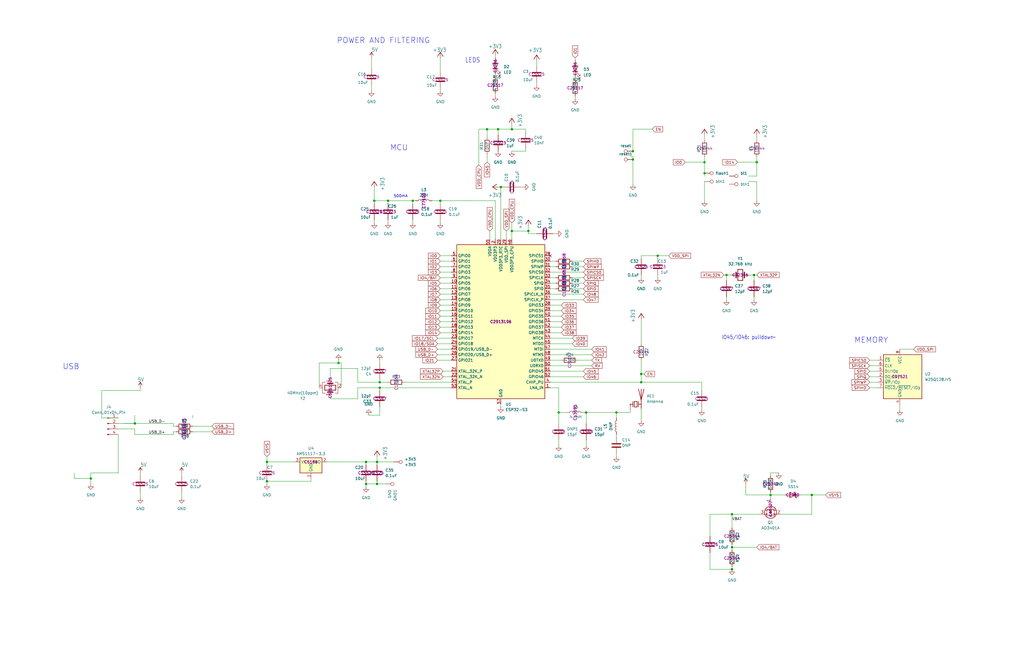
<source format=kicad_sch>
(kicad_sch (version 20250114) (generator "eeschema") (generator_version "9.0")
  (paper "User" 472.592 300.253)
  (text "500mA" (at 184.912 90.678 0) (effects (font (size 1.27 1.27))))
  (text "LEDS" (at 214.63 29.21 0) (effects (font (size 2.1844 1.8567)) (justify left bottom)))
  (text "MCU" (at 184.15 68.326 0) (effects (font (size 2.54 2.54))))
  (text "MEMORY" (at 402.082 157.226 0) (effects (font (size 2.54 2.54))))
  (text "POWER AND FILTERING" (at 155.448 20.32 0) (effects (font (size 2.54 2.54)) (justify left bottom)))
  (text "IO45/IO46: pulldown~~{}" (at 332.994 156.972 0) (effects (font (size 1.778 1.5113)) (justify left bottom)))
  (text "USB" (at 32.766 169.418 0) (effects (font (size 2.54 2.54))))
  (junction (at 62.23 195.58))
  (junction (at 325.12 80.01))
  (junction (at 123.19 222.25))
  (junction (at 168.91 213.36))
  (junction (at 236.22 106.68))
  (junction (at 337.82 262.89))
  (junction (at 335.28 127))
  (junction (at 292.1 73.66))
  (junction (at 173.99 223.52))
  (junction (at 179.07 92.71))
  (junction (at 172.72 92.71))
  (junction (at 175.26 176.53))
  (junction (at 325.12 74.93))
  (junction (at 292.1 69.85))
  (junction (at 303.53 118.11))
  (junction (at 229.87 59.69))
  (junction (at 355.6 228.6))
  (junction (at 270.51 190.5))
  (junction (at 175.26 179.07))
  (junction (at 295.91 176.53))
  (junction (at 173.99 213.36))
  (junction (at 236.22 59.69))
  (junction (at 203.2 92.71))
  (junction (at 224.79 59.69))
  (junction (at 156.21 167.64))
  (junction (at 41.91 220.98))
  (junction (at 243.84 106.68))
  (junction (at 337.82 252.73))
  (junction (at 123.19 213.36))
  (junction (at 349.25 74.93))
  (junction (at 168.91 223.52))
  (junction (at 374.65 228.6))
  (junction (at 257.81 190.5))
  (junction (at 337.82 237.49))
  (junction (at 295.91 172.72))
  (junction (at 284.48 190.5))
  (junction (at 231.14 86.36))
  (junction (at 190.5 92.71))
  (junction (at 347.98 127))
  (no_connect (at 254 118.11))
  (wire (pts (xy 168.91 213.36) (xy 173.99 213.36)) (stroke (width 0.1524)))
  (wire (pts (xy 264.16 128.27) (xy 269.24 128.27)) (stroke (width 0.1524)))
  (wire (pts (xy 254 148.59) (xy 259.08 148.59)))
  (wire (pts (xy 190.5 93.98) (xy 190.5 92.71)) (stroke (width 0.1524)))
  (wire (pts (xy 88.9 199.39) (xy 97.79 199.39)) (stroke (width 0.1524)))
  (wire (pts (xy 233.68 106.68) (xy 233.68 110.49)))
  (wire (pts (xy 175.26 176.53) (xy 179.07 176.53)))
  (wire (pts (xy 344.17 228.6) (xy 344.17 223.52)) (stroke (width 0.1524)))
  (wire (pts (xy 181.61 213.36) (xy 173.99 213.36)) (stroke (width 0.1524)))
  (wire (pts (xy 80.01 195.58) (xy 62.23 195.58)) (stroke (width 0.1524)))
  (wire (pts (xy 201.93 166.37) (xy 208.28 166.37)))
  (wire (pts (xy 203.2 92.71) (xy 203.2 93.98)) (stroke (width 0.1524)))
  (wire (pts (xy 208.28 135.89) (xy 203.2 135.89)) (stroke (width 0.1524)))
  (wire (pts (xy 254 168.91) (xy 273.05 168.91)))
  (wire (pts (xy 242.57 59.69) (xy 242.57 60.96)) (stroke (width 0.1524)))
  (wire (pts (xy 292.1 59.69) (xy 292.1 69.85)) (stroke (width 0.1524)))
  (wire (pts (xy 355.6 218.44) (xy 355.6 219.71)) (stroke (width 0.1524)))
  (wire (pts (xy 46.99 180.34) (xy 57.15 180.34)))
  (wire (pts (xy 327.66 262.89) (xy 337.82 262.89)) (stroke (width 0.1524)))
  (wire (pts (xy 350.52 237.49) (xy 337.82 237.49)) (stroke (width 0.1524)))
  (wire (pts (xy 172.72 86.36) (xy 172.72 92.71)) (stroke (width 0.1524)))
  (wire (pts (xy 220.98 59.69) (xy 224.79 59.69)) (stroke (width 0.1524)))
  (wire (pts (xy 349.25 62.23) (xy 349.25 64.77)) (stroke (width 0.1524)))
  (wire (pts (xy 208.28 120.65) (xy 203.2 120.65)) (stroke (width 0.1524)))
  (wire (pts (xy 203.2 40.64) (xy 203.2 41.91)) (stroke (width 0.1524)))
  (wire (pts (xy 269.24 190.5) (xy 270.51 190.5)))
  (wire (pts (xy 201.93 92.71) (xy 203.2 92.71)) (stroke (width 0.1524)))
  (wire (pts (xy 80.01 196.85) (xy 80.01 195.58)) (stroke (width 0.1524)))
  (wire (pts (xy 175.26 179.07) (xy 175.26 180.34)) (stroke (width 0.1524)))
  (wire (pts (xy 168.91 214.63) (xy 168.91 213.36)) (stroke (width 0.1524)))
  (wire (pts (xy 256.54 133.35) (xy 254 133.35)) (stroke (width 0.1524)))
  (wire (pts (xy 224.79 63.5) (xy 224.79 59.69)) (stroke (width 0.1524)))
  (wire (pts (xy 232.41 86.36) (xy 231.14 86.36)))
  (wire (pts (xy 54.61 198.12) (xy 62.23 198.12)))
  (wire (pts (xy 208.28 151.13) (xy 203.2 151.13)) (stroke (width 0.1524)))
  (wire (pts (xy 254 151.13) (xy 259.08 151.13)))
  (wire (pts (xy 254 130.81) (xy 256.54 130.81)) (stroke (width 0.1524)))
  (wire (pts (xy 349.25 74.93) (xy 349.25 81.28)) (stroke (width 0.1524)))
  (wire (pts (xy 34.29 218.44) (xy 34.29 220.98)))
  (wire (pts (xy 46.99 193.04) (xy 46.99 180.34)))
  (wire (pts (xy 374.65 237.49) (xy 374.65 228.6)) (stroke (width 0.1524)))
  (wire (pts (xy 208.28 148.59) (xy 203.2 148.59)) (stroke (width 0.1524)))
  (wire (pts (xy 243.84 104.14) (xy 243.84 106.68)))
  (wire (pts (xy 201.93 161.29) (xy 208.28 161.29)))
  (wire (pts (xy 292.1 59.69) (xy 300.99 59.69)) (stroke (width 0.1524)))
  (wire (pts (xy 157.48 179.07) (xy 157.48 167.64)))
  (wire (pts (xy 228.6 110.49) (xy 228.6 92.71)))
  (wire (pts (xy 327.66 255.27) (xy 327.66 262.89)) (stroke (width 0.1524)))
  (wire (pts (xy 257.81 179.07) (xy 257.81 190.5)))
  (wire (pts (xy 208.28 128.27) (xy 203.2 128.27)) (stroke (width 0.1524)))
  (wire (pts (xy 208.28 146.05) (xy 203.2 146.05)) (stroke (width 0.1524)))
  (wire (pts (xy 325.12 74.93) (xy 325.12 80.01)) (stroke (width 0.1524)))
  (wire (pts (xy 254 179.07) (xy 257.81 179.07)))
  (wire (pts (xy 264.16 133.35) (xy 269.24 133.35)) (stroke (width 0.1524)))
  (wire (pts (xy 303.53 128.27) (xy 303.53 127)) (stroke (width 0.1524)))
  (wire (pts (xy 54.61 218.44) (xy 54.61 200.66)) (stroke (width 0.1524)))
  (wire (pts (xy 323.85 176.53) (xy 295.91 176.53)) (stroke (width 0.1524)))
  (wire (pts (xy 208.28 138.43) (xy 203.2 138.43)) (stroke (width 0.1524)))
  (wire (pts (xy 236.22 57.15) (xy 236.22 59.69)) (stroke (width 0.1524)))
  (wire (pts (xy 405.13 166.37) (xy 401.32 166.37)) (stroke (width 0.1524)))
  (wire (pts (xy 254 163.83) (xy 273.05 163.83)) (stroke (width 0.1524)))
  (wire (pts (xy 254 135.89) (xy 269.24 135.89)) (stroke (width 0.1524)))
  (wire (pts (xy 172.72 92.71) (xy 179.07 92.71)) (stroke (width 0.1524)))
  (wire (pts (xy 292.1 69.85) (xy 290.83 69.85)) (stroke (width 0.1524)))
  (wire (pts (xy 254 161.29) (xy 273.05 161.29)) (stroke (width 0.1524)))
  (wire (pts (xy 256.54 120.65) (xy 254 120.65)) (stroke (width 0.1524)))
  (wire (pts (xy 165.1 176.53) (xy 175.26 176.53)) (stroke (width 0.1524)))
  (wire (pts (xy 243.84 106.68) (xy 236.22 106.68)))
  (wire (pts (xy 295.91 158.75) (xy 295.91 147.32)) (stroke (width 0.1524)))
  (wire (pts (xy 349.25 83.82) (xy 345.44 83.82)) (stroke (width 0.1524)))
  (wire (pts (xy 264.16 120.65) (xy 269.24 120.65)) (stroke (width 0.1524)))
  (wire (pts (xy 254 156.21) (xy 264.16 156.21)) (stroke (width 0.1524)))
  (wire (pts (xy 228.6 44.45) (xy 228.6 43.18)) (stroke (width 0.1524)))
  (wire (pts (xy 369.57 228.6) (xy 374.65 228.6)) (stroke (width 0.1524)))
  (wire (pts (xy 123.19 214.63) (xy 123.19 213.36)) (stroke (width 0.1524)))
  (wire (pts (xy 224.79 71.12) (xy 224.79 74.93)))
  (wire (pts (xy 327.66 237.49) (xy 337.82 237.49)) (stroke (width 0.1524)))
  (wire (pts (xy 208.28 140.97) (xy 203.2 140.97)) (stroke (width 0.1524)))
  (wire (pts (xy 292.1 72.39) (xy 290.83 72.39)))
  (wire (pts (xy 62.23 198.12) (xy 62.23 200.66)))
  (wire (pts (xy 228.6 92.71) (xy 217.17 92.71)))
  (wire (pts (xy 88.9 196.85) (xy 97.79 196.85)) (stroke (width 0.1524)))
  (wire (pts (xy 123.19 213.36) (xy 123.19 210.82)) (stroke (width 0.1524)))
  (wire (pts (xy 345.44 81.28) (xy 349.25 81.28)) (stroke (width 0.1524)))
  (wire (pts (xy 152.4 184.15) (xy 165.1 184.15)) (stroke (width 0.1524)))
  (wire (pts (xy 256.54 128.27) (xy 254 128.27)) (stroke (width 0.1524)))
  (wire (pts (xy 257.81 190.5) (xy 261.62 190.5)))
  (wire (pts (xy 292.1 72.39) (xy 292.1 73.66)))
  (wire (pts (xy 242.57 69.85) (xy 236.22 69.85)) (stroke (width 0.1524)))
  (wire (pts (xy 220.98 76.2) (xy 220.98 59.69)) (stroke (width 0.1524)))
  (wire (pts (xy 143.51 222.25) (xy 143.51 220.98)) (stroke (width 0.1524)))
  (wire (pts (xy 337.82 243.84) (xy 337.82 237.49)) (stroke (width 0.1524)))
  (wire (pts (xy 265.43 45.72) (xy 265.43 44.45)) (stroke (width 0.1524)))
  (wire (pts (xy 247.65 39.37) (xy 247.65 38.1)) (stroke (width 0.1524)))
  (wire (pts (xy 264.16 123.19) (xy 269.24 123.19)) (stroke (width 0.1524)))
  (wire (pts (xy 270.51 203.2) (xy 270.51 205.74)))
  (wire (pts (xy 242.57 69.85) (xy 242.57 68.58)) (stroke (width 0.1524)))
  (wire (pts (xy 270.51 190.5) (xy 270.51 195.58)))
  (wire (pts (xy 325.12 72.39) (xy 325.12 74.93)) (stroke (width 0.1524)))
  (wire (pts (xy 173.99 223.52) (xy 168.91 223.52)) (stroke (width 0.1524)))
  (wire (pts (xy 265.43 26.67) (xy 265.43 27.94)) (stroke (width 0.1524)))
  (wire (pts (xy 201.93 156.21) (xy 208.28 156.21)))
  (wire (pts (xy 327.66 247.65) (xy 327.66 237.49)) (stroke (width 0.1524)))
  (wire (pts (xy 228.6 35.56) (xy 228.6 34.29)) (stroke (width 0.1524)))
  (wire (pts (xy 323.85 180.34) (xy 323.85 176.53)) (stroke (width 0.1524)))
  (wire (pts (xy 208.28 118.11) (xy 203.2 118.11)) (stroke (width 0.1524)))
  (wire (pts (xy 284.48 190.5) (xy 290.83 190.5)) (stroke (width 0.1524)))
  (wire (pts (xy 295.91 172.72) (xy 295.91 176.53)) (stroke (width 0.1524)))
  (wire (pts (xy 355.6 228.6) (xy 344.17 228.6)) (stroke (width 0.1524)))
  (wire (pts (xy 62.23 195.58) (xy 57.15 195.58)) (stroke (width 0.1524)))
  (wire (pts (xy 208.28 125.73) (xy 203.2 125.73)) (stroke (width 0.1524)))
  (wire (pts (xy 270.51 190.5) (xy 284.48 190.5)) (stroke (width 0.1524)))
  (wire (pts (xy 231.14 86.36) (xy 229.87 86.36)) (stroke (width 0.1524)))
  (wire (pts (xy 173.99 222.25) (xy 173.99 223.52)) (stroke (width 0.1524)))
  (wire (pts (xy 295.91 166.37) (xy 295.91 172.72)) (stroke (width 0.1524)))
  (wire (pts (xy 203.2 26.67) (xy 203.2 33.02)) (stroke (width 0.1524)))
  (wire (pts (xy 83.82 229.87) (xy 83.82 227.33)) (stroke (width 0.1524)))
  (wire (pts (xy 349.25 72.39) (xy 349.25 74.93)) (stroke (width 0.1524)))
  (wire (pts (xy 80.01 199.39) (xy 81.28 199.39)) (stroke (width 0.1524)))
  (wire (pts (xy 290.83 190.5) (xy 290.83 189.23)) (stroke (width 0.1524)))
  (wire (pts (xy 295.91 189.23) (xy 295.91 194.31)) (stroke (width 0.1524)))
  (wire (pts (xy 325.12 74.93) (xy 316.23 74.93)) (stroke (width 0.1524)))
  (wire (pts (xy 335.28 127) (xy 335.28 129.54)))
  (wire (pts (xy 254 153.67) (xy 259.08 153.67)))
  (wire (pts (xy 171.45 26.67) (xy 171.45 31.75)) (stroke (width 0.1524)))
  (wire (pts (xy 349.25 83.82) (xy 349.25 92.71)) (stroke (width 0.1524)))
  (wire (pts (xy 254 173.99) (xy 269.24 173.99)) (stroke (width 0.1524)))
  (wire (pts (xy 151.13 213.36) (xy 168.91 213.36)) (stroke (width 0.1524)))
  (wire (pts (xy 80.01 200.66) (xy 80.01 199.39)) (stroke (width 0.1524)))
  (wire (pts (xy 292.1 73.66) (xy 292.1 80.01)))
  (wire (pts (xy 355.6 218.44) (xy 359.41 218.44)) (stroke (width 0.1524)))
  (wire (pts (xy 156.21 166.37) (xy 156.21 167.64)) (stroke (width 0.1524)))
  (wire (pts (xy 303.53 118.11) (xy 303.53 119.38)) (stroke (width 0.1524)))
  (wire (pts (xy 190.5 92.71) (xy 191.77 92.71)) (stroke (width 0.1524)))
  (wire (pts (xy 203.2 153.67) (xy 208.28 153.67)))
  (wire (pts (xy 152.4 182.88) (xy 152.4 184.15)) (stroke (width 0.1524)))
  (wire (pts (xy 173.99 210.82) (xy 173.99 213.36)) (stroke (width 0.1524)))
  (wire (pts (xy 405.13 176.53) (xy 401.32 176.53)) (stroke (width 0.1524)))
  (wire (pts (xy 254 158.75) (xy 264.16 158.75)) (stroke (width 0.1524)))
  (wire (pts (xy 41.91 218.44) (xy 54.61 218.44)) (stroke (width 0.1524)))
  (wire (pts (xy 297.18 172.72) (xy 295.91 172.72)) (stroke (width 0.1524)))
  (wire (pts (xy 156.21 167.64) (xy 147.32 167.64)) (stroke (width 0.1524)))
  (wire (pts (xy 177.8 223.52) (xy 173.99 223.52)) (stroke (width 0.1524)))
  (wire (pts (xy 405.13 171.45) (xy 401.32 171.45)) (stroke (width 0.1524)))
  (wire (pts (xy 337.82 252.73) (xy 349.25 252.73)) (stroke (width 0.1524)))
  (wire (pts (xy 335.28 138.43) (xy 335.28 137.16)) (stroke (width 0.1524)))
  (wire (pts (xy 41.91 218.44) (xy 41.91 220.98)) (stroke (width 0.1524)))
  (wire (pts (xy 337.82 261.62) (xy 337.82 262.89)) (stroke (width 0.1524)))
  (wire (pts (xy 284.48 201.93) (xy 284.48 200.66)) (stroke (width 0.1524)))
  (wire (pts (xy 168.91 222.25) (xy 168.91 223.52)) (stroke (width 0.1524)))
  (wire (pts (xy 355.6 229.87) (xy 355.6 228.6)) (stroke (width 0.1524)))
  (wire (pts (xy 165.1 170.18) (xy 165.1 176.53)) (stroke (width 0.1524)))
  (wire (pts (xy 88.9 193.04) (xy 88.9 191.77)))
  (wire (pts (xy 242.57 59.69) (xy 236.22 59.69)) (stroke (width 0.1524)))
  (wire (pts (xy 62.23 191.77) (xy 62.23 195.58)))
  (wire (pts (xy 303.53 118.11) (xy 308.61 118.11)) (stroke (width 0.1524)))
  (wire (pts (xy 64.77 180.34) (xy 57.15 180.34)) (stroke (width 0.1524)))
  (wire (pts (xy 228.6 25.4) (xy 228.6 26.67)) (stroke (width 0.1524)))
  (wire (pts (xy 355.6 228.6) (xy 361.95 228.6)) (stroke (width 0.1524)))
  (wire (pts (xy 236.22 106.68) (xy 236.22 110.49)))
  (wire (pts (xy 325.12 62.23) (xy 325.12 64.77)) (stroke (width 0.1524)))
  (wire (pts (xy 64.77 229.87) (xy 64.77 227.33)) (stroke (width 0.1524)))
  (wire (pts (xy 323.85 189.23) (xy 323.85 187.96)) (stroke (width 0.1524)))
  (wire (pts (xy 208.28 133.35) (xy 203.2 133.35)) (stroke (width 0.1524)))
  (wire (pts (xy 175.26 179.07) (xy 208.28 179.07)) (stroke (width 0.1524)))
  (wire (pts (xy 405.13 168.91) (xy 401.32 168.91)) (stroke (width 0.1524)))
  (wire (pts (xy 80.01 200.66) (xy 62.23 200.66)) (stroke (width 0.1524)))
  (wire (pts (xy 54.61 195.58) (xy 62.23 195.58)))
  (wire (pts (xy 190.5 102.87) (xy 190.5 101.6)) (stroke (width 0.1524)))
  (wire (pts (xy 415.29 161.29) (xy 421.64 161.29)) (stroke (width 0.1524)))
  (wire (pts (xy 201.93 163.83) (xy 208.28 163.83)))
  (wire (pts (xy 208.28 123.19) (xy 203.2 123.19)) (stroke (width 0.1524)))
  (wire (pts (xy 208.28 130.81) (xy 203.2 130.81)) (stroke (width 0.1524)))
  (wire (pts (xy 64.77 179.07) (xy 64.77 180.34)) (stroke (width 0.1524)))
  (wire (pts (xy 135.89 213.36) (xy 123.19 213.36)) (stroke (width 0.1524)))
  (wire (pts (xy 256.54 107.95) (xy 255.27 107.95)) (stroke (width 0.1524)))
  (wire (pts (xy 325.12 83.82) (xy 325.12 92.71)) (stroke (width 0.1524)))
  (wire (pts (xy 295.91 118.11) (xy 295.91 119.38)) (stroke (width 0.1524)))
  (wire (pts (xy 165.1 179.07) (xy 175.26 179.07)) (stroke (width 0.1524)))
  (wire (pts (xy 415.29 189.23) (xy 415.29 186.69)) (stroke (width 0.1524)))
  (wire (pts (xy 347.98 138.43) (xy 347.98 137.16)) (stroke (width 0.1524)))
  (wire (pts (xy 231.14 187.96) (xy 231.14 186.69)) (stroke (width 0.1524)))
  (wire (pts (xy 284.48 210.82) (xy 284.48 209.55)) (stroke (width 0.1524)))
  (wire (pts (xy 232.41 86.36) (xy 231.14 86.36)) (stroke (width 0.1524)))
  (wire (pts (xy 175.26 175.26) (xy 175.26 176.53)) (stroke (width 0.1524)))
  (wire (pts (xy 179.07 93.98) (xy 179.07 92.71)) (stroke (width 0.1524)))
  (wire (pts (xy 54.61 193.04) (xy 46.99 193.04)))
  (wire (pts (xy 254 125.73) (xy 269.24 125.73)) (stroke (width 0.1524)))
  (wire (pts (xy 337.82 252.73) (xy 337.82 251.46)) (stroke (width 0.1524)))
  (wire (pts (xy 247.65 30.48) (xy 247.65 27.94)) (stroke (width 0.1524)))
  (wire (pts (xy 241.3 86.36) (xy 240.03 86.36)) (stroke (width 0.1524)))
  (wire (pts (xy 226.06 106.68) (xy 226.06 110.49)))
  (wire (pts (xy 381 228.6) (xy 374.65 228.6)) (stroke (width 0.1524)))
  (wire (pts (xy 295.91 118.11) (xy 303.53 118.11)) (stroke (width 0.1524)))
  (wire (pts (xy 172.72 93.98) (xy 172.72 92.71)) (stroke (width 0.1524)))
  (wire (pts (xy 175.26 191.77) (xy 170.18 191.77)) (stroke (width 0.1524)))
  (wire (pts (xy 165.1 184.15) (xy 165.1 179.07)) (stroke (width 0.1524)))
  (wire (pts (xy 34.29 220.98) (xy 41.91 220.98)))
  (wire (pts (xy 284.48 193.04) (xy 284.48 190.5)) (stroke (width 0.1524)))
  (wire (pts (xy 208.28 143.51) (xy 203.2 143.51)) (stroke (width 0.1524)))
  (wire (pts (xy 325.12 80.01) (xy 325.12 81.28)) (stroke (width 0.1524)))
  (wire (pts (xy 335.28 127) (xy 337.82 127)))
  (wire (pts (xy 347.98 127) (xy 349.25 127)))
  (wire (pts (xy 265.43 36.83) (xy 265.43 35.56)) (stroke (width 0.1524)))
  (wire (pts (xy 405.13 173.99) (xy 401.32 173.99)) (stroke (width 0.1524)))
  (wire (pts (xy 81.28 196.85) (xy 80.01 196.85)) (stroke (width 0.1524)))
  (wire (pts (xy 123.19 222.25) (xy 143.51 222.25)) (stroke (width 0.1524)))
  (wire (pts (xy 41.91 220.98) (xy 41.91 223.52)) (stroke (width 0.1524)))
  (wire (pts (xy 201.93 158.75) (xy 208.28 158.75)))
  (wire (pts (xy 254 140.97) (xy 259.08 140.97)))
  (wire (pts (xy 203.2 102.87) (xy 203.2 101.6)) (stroke (width 0.1524)))
  (wire (pts (xy 64.77 219.71) (xy 64.77 218.44)) (stroke (width 0.1524)))
  (wire (pts (xy 157.48 167.64) (xy 156.21 167.64)))
  (wire (pts (xy 264.16 130.81) (xy 269.24 130.81)) (stroke (width 0.1524)))
  (wire (pts (xy 229.87 59.69) (xy 236.22 59.69)) (stroke (width 0.1524)))
  (wire (pts (xy 171.45 39.37) (xy 171.45 41.91)) (stroke (width 0.1524)))
  (wire (pts (xy 175.26 191.77) (xy 175.26 187.96)) (stroke (width 0.1524)))
  (wire (pts (xy 204.47 171.45) (xy 208.28 171.45)))
  (wire (pts (xy 334.01 127) (xy 335.28 127)))
  (wire (pts (xy 199.39 92.71) (xy 201.93 92.71)))
  (wire (pts (xy 168.91 223.52) (xy 168.91 224.79)) (stroke (width 0.1524)))
  (wire (pts (xy 256.54 123.19) (xy 254 123.19)) (stroke (width 0.1524)))
  (wire (pts (xy 347.98 127) (xy 347.98 129.54)))
  (wire (pts (xy 349.25 74.93) (xy 340.36 74.93)) (stroke (width 0.1524)))
  (wire (pts (xy 355.6 227.33) (xy 355.6 228.6)) (stroke (width 0.1524)))
  (wire (pts (xy 257.81 203.2) (xy 257.81 205.74)))
  (wire (pts (xy 147.32 167.64) (xy 147.32 179.07)) (stroke (width 0.1524)))
  (wire (pts (xy 257.81 190.5) (xy 257.81 195.58)))
  (wire (pts (xy 229.87 62.23) (xy 229.87 59.69)) (stroke (width 0.1524)))
  (wire (pts (xy 236.22 102.87) (xy 236.22 106.68)))
  (wire (pts (xy 152.4 170.18) (xy 165.1 170.18)) (stroke (width 0.1524)))
  (wire (pts (xy 292.1 80.01) (xy 292.1 85.09)) (stroke (width 0.1524)))
  (wire (pts (xy 179.07 92.71) (xy 190.5 92.71)) (stroke (width 0.1524)))
  (wire (pts (xy 254 176.53) (xy 295.91 176.53)) (stroke (width 0.1524)))
  (wire (pts (xy 360.68 237.49) (xy 374.65 237.49)) (stroke (width 0.1524)))
  (wire (pts (xy 186.69 176.53) (xy 208.28 176.53)))
  (wire (pts (xy 83.82 219.71) (xy 83.82 218.44)) (stroke (width 0.1524)))
  (wire (pts (xy 231.14 86.36) (xy 231.14 110.49)) (stroke (width 0.1524)))
  (wire (pts (xy 243.84 107.95) (xy 243.84 106.68)))
  (wire (pts (xy 224.79 59.69) (xy 229.87 59.69)) (stroke (width 0.1524)))
  (wire (pts (xy 247.65 107.95) (xy 243.84 107.95)))
  (wire (pts (xy 175.26 166.37) (xy 175.26 167.64)) (stroke (width 0.1524)))
  (wire (pts (xy 173.99 214.63) (xy 173.99 213.36)) (stroke (width 0.1524)))
  (wire (pts (xy 345.44 127) (xy 347.98 127)))
  (wire (pts (xy 254 146.05) (xy 259.08 146.05)))
  (wire (pts (xy 266.7 166.37) (xy 273.05 166.37)))
  (wire (pts (xy 152.4 175.26) (xy 152.4 170.18)) (stroke (width 0.1524)))
  (wire (pts (xy 295.91 128.27) (xy 295.91 127)) (stroke (width 0.1524)))
  (wire (pts (xy 217.17 92.71) (xy 203.2 92.71)) (stroke (width 0.1524)))
  (wire (pts (xy 254 138.43) (xy 269.24 138.43)) (stroke (width 0.1524)))
  (wire (pts (xy 254 143.51) (xy 259.08 143.51)))
  (wire (pts (xy 123.19 223.52) (xy 123.19 222.25)) (stroke (width 0.1524)))
  (wire (pts (xy 259.08 166.37) (xy 254 166.37)) (stroke (width 0.1524)))
  (wire (pts (xy 179.07 102.87) (xy 179.07 101.6)) (stroke (width 0.1524)))
  (wire (pts (xy 254 171.45) (xy 269.24 171.45)) (stroke (width 0.1524)))
  (wire (pts (xy 172.72 102.87) (xy 172.72 101.6)) (stroke (width 0.1524)))
  (wire (pts (xy 337.82 254) (xy 337.82 252.73)) (stroke (width 0.1524)))
  (wire (pts (xy 405.13 179.07) (xy 401.32 179.07)) (stroke (width 0.1524)))
  (wire (pts (xy 204.47 173.99) (xy 208.28 173.99)))
  (label "VBAT" (at 337.82 240.665 0) (effects (font (size 1.2446 1.2446))))
  (label "USB_D-" (at 68.58 195.58 0) (effects (font (size 1.2446 1.2446))))
  (label "USB_D+" (at 68.58 200.66 0) (effects (font (size 1.2446 1.2446))))
  (global_label "IO12" (shape input) (at 203.2 148.59 180) (property "Intersheetrefs" "${INTERSHEET_REFS}" (effects (hide yes))))
  (global_label "IO1" (shape input) (at 265.43 26.67 90) (property "Intersheetrefs" "${INTERSHEET_REFS}" (effects (hide yes))))
  (global_label "IO46" (shape input) (at 269.24 173.99 0) (property "Intersheetrefs" "${INTERSHEET_REFS}" (effects (hide yes))))
  (global_label "IO4{slash}BAT" (shape input) (at 203.2 128.27 180) (property "Intersheetrefs" "${INTERSHEET_REFS}" (effects (hide yes))))
  (global_label "IO48" (shape input) (at 269.24 135.89 0) (property "Intersheetrefs" "${INTERSHEET_REFS}" (effects (hide yes))))
  (global_label "IO17{slash}SCL" (shape input) (at 201.93 156.21 180) (property "Intersheetrefs" "${INTERSHEET_REFS}" (effects (hide yes))))
  (global_label "USB_D-" (shape input) (at 97.79 196.85 0) (property "Intersheetrefs" "${INTERSHEET_REFS}" (effects (hide yes))))
  (global_label "IO11" (shape input) (at 203.2 146.05 180) (property "Intersheetrefs" "${INTERSHEET_REFS}" (effects (hide yes))))
  (global_label "IO8" (shape input) (at 203.2 138.43 180) (property "Intersheetrefs" "${INTERSHEET_REFS}" (effects (hide yes))))
  (global_label "SPIQ" (shape input) (at 269.24 130.81 0) (property "Intersheetrefs" "${INTERSHEET_REFS}" (effects (hide yes))))
  (global_label "IO14" (shape input) (at 340.36 74.93 180) (property "Intersheetrefs" "${INTERSHEET_REFS}" (effects (hide yes))))
  (global_label "USB_D+" (shape input) (at 201.93 163.83 180) (property "Intersheetrefs" "${INTERSHEET_REFS}" (effects (hide yes))))
  (global_label "VSYS" (shape input) (at 123.19 210.82 90) (property "Intersheetrefs" "${INTERSHEET_REFS}" (effects (hide yes))))
  (global_label "SPIQ" (shape input) (at 401.32 173.99 180) (property "Intersheetrefs" "${INTERSHEET_REFS}" (effects (hide yes))))
  (global_label "VSYS" (shape input) (at 381 228.6 0) (property "Intersheetrefs" "${INTERSHEET_REFS}" (effects (hide yes))))
  (global_label "IO5" (shape input) (at 203.2 130.81 180) (property "Intersheetrefs" "${INTERSHEET_REFS}" (effects (hide yes))))
  (global_label "IO21" (shape input) (at 201.93 166.37 180) (property "Intersheetrefs" "${INTERSHEET_REFS}" (effects (hide yes))))
  (global_label "IO1" (shape input) (at 203.2 120.65 180) (property "Intersheetrefs" "${INTERSHEET_REFS}" (effects (hide yes))))
  (global_label "IO41" (shape input) (at 273.05 161.29 0) (property "Intersheetrefs" "${INTERSHEET_REFS}" (effects (hide yes))))
  (global_label "VDD_SPI" (shape input) (at 308.61 118.11 0) (property "Intersheetrefs" "${INTERSHEET_REFS}" (effects (hide yes))))
  (global_label "IO38" (shape input) (at 259.08 153.67 0) (property "Intersheetrefs" "${INTERSHEET_REFS}" (effects (hide yes))))
  (global_label "IO3" (shape input) (at 203.2 125.73 180) (property "Intersheetrefs" "${INTERSHEET_REFS}" (effects (hide yes))))
  (global_label "USB_D+" (shape input) (at 97.79 199.39 0) (property "Intersheetrefs" "${INTERSHEET_REFS}" (effects (hide yes))))
  (global_label "RX" (shape input) (at 273.05 168.91 0) (property "Intersheetrefs" "${INTERSHEET_REFS}" (effects (hide yes))))
  (global_label "IO0" (shape input) (at 316.23 74.93 180) (property "Intersheetrefs" "${INTERSHEET_REFS}" (effects (hide yes))))
  (global_label "IO37" (shape input) (at 259.08 151.13 0) (property "Intersheetrefs" "${INTERSHEET_REFS}" (effects (hide yes))))
  (global_label "IO33" (shape input) (at 259.08 140.97 0) (property "Intersheetrefs" "${INTERSHEET_REFS}" (effects (hide yes))))
  (global_label "IO14" (shape input) (at 203.2 153.67 180) (property "Intersheetrefs" "${INTERSHEET_REFS}" (effects (hide yes))))
  (global_label "XTAL32P" (shape input) (at 349.25 127 0) (property "Intersheetrefs" "${INTERSHEET_REFS}" (effects (hide yes))))
  (global_label "VDD_SPI" (shape input) (at 421.64 161.29 0) (property "Intersheetrefs" "${INTERSHEET_REFS}" (effects (hide yes))))
  (global_label "VDD_CPU" (shape input) (at 226.06 106.68 90) (property "Intersheetrefs" "${INTERSHEET_REFS}" (effects (hide yes))))
  (global_label "USB_D-" (shape input) (at 201.93 161.29 180) (property "Intersheetrefs" "${INTERSHEET_REFS}" (effects (hide yes))))
  (global_label "SPIWP" (shape input) (at 401.32 176.53 180) (property "Intersheetrefs" "${INTERSHEET_REFS}" (effects (hide yes))))
  (global_label "SPID" (shape input) (at 401.32 171.45 180) (property "Intersheetrefs" "${INTERSHEET_REFS}" (effects (hide yes))))
  (global_label "XTAL32N" (shape input) (at 204.47 173.99 180) (property "Intersheetrefs" "${INTERSHEET_REFS}" (effects (hide yes))))
  (global_label "IO7" (shape input) (at 203.2 135.89 180) (property "Intersheetrefs" "${INTERSHEET_REFS}" (effects (hide yes))))
  (global_label "XTAL32P" (shape input) (at 204.47 171.45 180) (property "Intersheetrefs" "${INTERSHEET_REFS}" (effects (hide yes))))
  (global_label "EN" (shape input) (at 297.18 172.72 0) (property "Intersheetrefs" "${INTERSHEET_REFS}" (effects (hide yes))))
  (global_label "IO4{slash}BAT" (shape input) (at 349.25 252.73 0) (property "Intersheetrefs" "${INTERSHEET_REFS}" (effects (hide yes))))
  (global_label "VDD_CPU" (shape input) (at 220.98 76.2 270) (property "Intersheetrefs" "${INTERSHEET_REFS}" (effects (hide yes))))
  (global_label "EN" (shape input) (at 300.99 59.69 0) (property "Intersheetrefs" "${INTERSHEET_REFS}" (effects (hide yes))))
  (global_label "TX" (shape input) (at 273.05 166.37 0) (property "Intersheetrefs" "${INTERSHEET_REFS}" (effects (hide yes))))
  (global_label "IO10" (shape input) (at 203.2 143.51 180) (property "Intersheetrefs" "${INTERSHEET_REFS}" (effects (hide yes))))
  (global_label "IO35" (shape input) (at 259.08 146.05 0) (property "Intersheetrefs" "${INTERSHEET_REFS}" (effects (hide yes))))
  (global_label "IO40" (shape input) (at 264.16 158.75 0) (property "Intersheetrefs" "${INTERSHEET_REFS}" (effects (hide yes))))
  (global_label "SPID" (shape input) (at 269.24 133.35 0) (property "Intersheetrefs" "${INTERSHEET_REFS}" (effects (hide yes))))
  (global_label "IO13" (shape input) (at 203.2 151.13 180) (property "Intersheetrefs" "${INTERSHEET_REFS}" (effects (hide yes))))
  (global_label "IO45" (shape input) (at 224.79 74.93 270) (property "Intersheetrefs" "${INTERSHEET_REFS}" (effects (hide yes))))
  (global_label "SPICS0" (shape input) (at 401.32 166.37 180) (property "Intersheetrefs" "${INTERSHEET_REFS}" (effects (hide yes))))
  (global_label "IO36" (shape input) (at 259.08 148.59 0) (property "Intersheetrefs" "${INTERSHEET_REFS}" (effects (hide yes))))
  (global_label "IO0" (shape input) (at 203.2 118.11 180) (property "Intersheetrefs" "${INTERSHEET_REFS}" (effects (hide yes))))
  (global_label "SPISCK" (shape input) (at 401.32 168.91 180) (property "Intersheetrefs" "${INTERSHEET_REFS}" (effects (hide yes))))
  (global_label "SPIHD" (shape input) (at 401.32 179.07 180) (property "Intersheetrefs" "${INTERSHEET_REFS}" (effects (hide yes))))
  (global_label "IO47" (shape input) (at 269.24 138.43 0) (property "Intersheetrefs" "${INTERSHEET_REFS}" (effects (hide yes))))
  (global_label "IO9" (shape input) (at 203.2 140.97 180) (property "Intersheetrefs" "${INTERSHEET_REFS}" (effects (hide yes))))
  (global_label "XTAL32N" (shape input) (at 334.01 127 180) (property "Intersheetrefs" "${INTERSHEET_REFS}" (effects (hide yes))))
  (global_label "SPIWP" (shape input) (at 269.24 123.19 0) (property "Intersheetrefs" "${INTERSHEET_REFS}" (effects (hide yes))))
  (global_label "IO2" (shape input) (at 203.2 123.19 180) (property "Intersheetrefs" "${INTERSHEET_REFS}" (effects (hide yes))))
  (global_label "VDD_CPU" (shape input) (at 236.22 102.87 90) (property "Intersheetrefs" "${INTERSHEET_REFS}" (effects (hide yes))))
  (global_label "IO18{slash}SDA" (shape input) (at 201.93 158.75 180) (property "Intersheetrefs" "${INTERSHEET_REFS}" (effects (hide yes))))
  (global_label "SPISCK" (shape input) (at 269.24 128.27 0) (property "Intersheetrefs" "${INTERSHEET_REFS}" (effects (hide yes))))
  (global_label "IO39" (shape input) (at 264.16 156.21 0) (property "Intersheetrefs" "${INTERSHEET_REFS}" (effects (hide yes))))
  (global_label "IO42" (shape input) (at 273.05 163.83 0) (property "Intersheetrefs" "${INTERSHEET_REFS}" (effects (hide yes))))
  (global_label "VDD_SPI" (shape input) (at 233.68 106.68 90) (property "Intersheetrefs" "${INTERSHEET_REFS}" (effects (hide yes))))
  (global_label "IO6" (shape input) (at 203.2 133.35 180) (property "Intersheetrefs" "${INTERSHEET_REFS}" (effects (hide yes))))
  (global_label "SPIHD" (shape input) (at 269.24 120.65 0) (property "Intersheetrefs" "${INTERSHEET_REFS}" (effects (hide yes))))
  (global_label "SPICS0" (shape input) (at 269.24 125.73 0) (property "Intersheetrefs" "${INTERSHEET_REFS}" (effects (hide yes))))
  (global_label "IO34" (shape input) (at 259.08 143.51 0) (property "Intersheetrefs" "${INTERSHEET_REFS}" (effects (hide yes))))
  (global_label "IO45" (shape input) (at 269.24 171.45 0) (property "Intersheetrefs" "${INTERSHEET_REFS}" (effects (hide yes))))
  (symbol (lib_id "Memory_Flash:W25Q128JVS") (at 415.29 173.99 0) (unit 1)
    (property "Reference" "U2" (at 426.72 172.7199 0) (effects (justify left)))
    (property "Value" "W25Q128JVS" (at 426.72 175.2599 0) (effects (justify left)))
    (property "Footprint" "Package_SO:SOIC-8_5.23x5.23mm_P1.27mm" (effects (hide yes)))
    (property "Datasheet" "https://www.winbond.com/resource-files/w25q128jv_dtr%20revc%2003272018%20plus.pdf" (effects (hide yes)))
    (property "Description" "128Mbit / 16MiB Serial Flash Memory, Standard/Dual/Quad SPI, 2.7-3.6V, SOIC-8" (effects (hide yes)))
    (property "MNF PART NUMBER" "C97521" (at 415.29 173.99 0))
    (property "LCSC" "C97521" (at 415.29 173.99 0))
  )
  (symbol (lib_id "Device:R") (at 262.89 166.37 90) (unit 1)
    (property "Reference" "R24" (at 262.89 163.83 90))
    (property "Value" "470R" (at 262.89 166.37 90))
    (property "Footprint" "Resistor_SMD:R_0402_1005Metric" (effects (hide yes)))
    (property "MNF PART NUMBER" "C25117" (effects (hide yes)))
    (property "LCSC" "C25117" (at 262.89 166.37 0))
  )
  (symbol (lib_id "Device:C") (at 327.66 251.46 0) (unit 1)
    (property "Reference" "C8" (at 331.47 250.19 0) (effects (justify left)))
    (property "Value" "10uF" (at 331.47 252.73 0) (effects (justify left)))
    (property "Footprint" "Capacitor_SMD:C_0402_1005Metric" (effects (hide yes)))
    (property "MNF PART NUMBER" "C15525" (effects (hide yes)))
    (property "LCSC" "C15525" (at 327.66 251.46 0))
  )
  (symbol (lib_id "power:GND") (at 303.53 128.27 0) (unit 1)
    (property "Reference" "#PWR019" (effects (hide yes)))
    (property "Value" "GND" (at 303.53 133.35 0))
  )
  (symbol (lib_id "Device:LED") (at 228.6 30.48 90) (unit 1)
    (property "Reference" "D2" (at 232.41 30.7975 90) (effects (justify right)))
    (property "Value" "LED" (at 232.41 33.3375 90) (effects (justify right)))
    (property "Footprint" "LED_SMD:LED_0603_1608Metric" (effects (hide yes)))
    (property "MNF PART NUMBER" "C2286" (effects (hide yes)))
    (property "LCSC" "C2286" (at 228.6 30.48 0))
  )
  (symbol (lib_id "Device:R") (at 85.09 199.39 90) (unit 1)
    (property "Reference" "R18" (at 85.344 201.422 90))
    (property "Value" "33R" (at 85.09 199.39 90))
    (property "Footprint" "Resistor_SMD:R_0402_1005Metric" (effects (hide yes)))
    (property "MNF PART NUMBER" "C25105" (effects (hide yes)))
    (property "LCSC" "C25105" (at 85.09 199.39 0))
  )
  (symbol (lib_id "power:GND") (at 347.98 138.43 0) (unit 1)
    (property "Reference" "#PWR050" (effects (hide yes)))
    (property "Value" "GND" (at 347.98 143.51 0))
  )
  (symbol (lib_id "power:GND") (at 349.25 92.71 0) (unit 1)
    (property "Reference" "#PWR021" (effects (hide yes)))
    (property "Value" "GND" (at 349.25 97.79 0))
  )
  (symbol (lib_id "Device:R") (at 228.6 39.37 0) (unit 1)
    (property "Reference" "R16" (at 227.33 35.56 0) (effects (justify left)))
    (property "Value" "470R" (at 228.6 41.91 90) (effects (justify left)))
    (property "Footprint" "Resistor_SMD:R_0402_1005Metric" (effects (hide yes)))
    (property "MNF PART NUMBER" "C25117" (effects (hide yes)))
    (property "LCSC" "C25117" (at 228.6 39.37 0))
  )
  (symbol (lib_id "power:GND") (at 256.54 107.95 90) (mirror x) (unit 1)
    (property "Reference" "#PWR035" (effects (hide yes)))
    (property "Value" "GND" (at 261.62 107.95 0))
  )
  (symbol (lib_id "power:GND") (at 236.22 69.85 0) (unit 1)
    (property "Reference" "#PWR052" (effects (hide yes)))
    (property "Value" "GND" (at 236.22 74.93 0))
  )
  (symbol (lib_id "power:GND") (at 323.85 189.23 0) (mirror y) (unit 1)
    (property "Reference" "#PWR014" (effects (hide yes)))
    (property "Value" "GND" (at 323.85 194.31 0))
  )
  (symbol (lib_id "Device:R") (at 260.35 128.27 90) (mirror x) (unit 1)
    (property "Reference" "R28" (at 265.43 129.54 90))
    (property "Value" "0R" (at 260.35 128.27 90))
    (property "Footprint" "Resistor_SMD:R_0402_1005Metric" (effects (hide yes)))
    (property "MNF PART NUMBER" "C17168" (effects (hide yes)))
    (property "LCSC" "C17168" (at 260.35 128.27 0))
  )
  (symbol (lib_id "power:GND") (at 335.28 138.43 0) (unit 1)
    (property "Reference" "#PWR049" (effects (hide yes)))
    (property "Value" "GND" (at 335.28 143.51 0))
  )
  (symbol (lib_id "Device:L") (at 284.48 196.85 180) (unit 1)
    (property "Reference" "L5" (at 279.4 196.85 90))
    (property "Value" "DNP" (at 281.94 196.85 90))
    (property "Footprint" "Inductor_SMD:L_0402_1005Metric" (effects (hide yes)))
    (property "Description" "Inductor" (effects (hide yes)))
  )
  (symbol (lib_id "power:GND") (at 229.87 69.85 0) (unit 1)
    (property "Reference" "#PWR051" (effects (hide yes)))
    (property "Value" "GND" (at 229.87 74.93 0))
  )
  (symbol (lib_id "MaTouch 1.9“ TFT Breakout v1.1-eagle-import:5V") (at 64.77 179.07 0) (unit 1)
    (property "Reference" "#SUPPLY03" (effects (hide yes)))
    (property "Value" "5V" (at 63.5 176.276 0) (effects (font (size 1.778 1.5113)) (justify left bottom)))
  )
  (symbol (lib_id "power:GND") (at 265.43 45.72 0) (unit 1)
    (property "Reference" "#PWR034" (effects (hide yes)))
    (property "Value" "GND" (at 265.43 50.8 0))
  )
  (symbol (lib_id "Connector:TestPoint") (at 181.61 213.36 270) (unit 1)
    (property "Reference" "+3V3" (at 186.69 212.0899 90) (effects (justify left)))
    (property "Value" "+3V3" (at 186.69 214.6299 90) (effects (justify left)))
    (property "Footprint" "TestPoint:TestPoint_Pad_D1.0mm" (effects (hide yes)))
    (property "Description" "test point" (effects (hide yes)))
  )
  (symbol (lib_id "power:GND") (at 41.91 223.52 0) (unit 1)
    (property "Reference" "#PWR032" (effects (hide yes)))
    (property "Value" "GND" (at 41.91 228.6 0))
  )
  (symbol (lib_id "power:GND") (at 83.82 229.87 0) (unit 1)
    (property "Reference" "#PWR028" (effects (hide yes)))
    (property "Value" "GND" (at 83.82 234.95 0))
  )
  (symbol (lib_id "power:GND") (at 325.12 92.71 0) (unit 1)
    (property "Reference" "#PWR020" (effects (hide yes)))
    (property "Value" "GND" (at 325.12 97.79 0))
  )
  (symbol (lib_id "power:GND") (at 257.81 205.74 0) (unit 1)
    (property "Reference" "#PWR013" (effects (hide yes)))
    (property "Value" "GND" (at 257.81 210.82 0))
  )
  (symbol (lib_id "Device:C") (at 270.51 199.39 0) (unit 1)
    (property "Reference" "C31" (at 274.32 198.1199 0) (effects (justify left)))
    (property "Value" "15pF" (at 274.32 200.6599 0) (effects (justify left)))
    (property "Footprint" "Capacitor_SMD:C_0402_1005Metric" (effects (hide yes)))
    (property "MNF PART NUMBER" "C1548" (effects (hide yes)))
    (property "LCSC" "C1548" (at 270.51 199.39 0))
  )
  (symbol (lib_id "power:GND") (at 171.45 41.91 0) (unit 1)
    (property "Reference" "#PWR02" (effects (hide yes)))
    (property "Value" "GND" (at 171.45 46.99 0))
  )
  (symbol (lib_id "Regulator_Linear:AMS1117-3.3") (at 143.51 213.36 0) (unit 1)
    (property "Reference" "U4" (at 143.51 207.01 0))
    (property "Value" "AMS1117-3.3" (at 143.51 209.55 0))
    (property "Footprint" "Package_TO_SOT_SMD:SOT-223-3_TabPin2" (effects (hide yes)))
    (property "Datasheet" "http://www.advanced-monolithic.com/pdf/ds1117.pdf" (effects (hide yes)))
    (property "Description" "1A Low Dropout regulator, positive, 3.3V fixed output, SOT-223" (effects (hide yes)))
    (property "MNF PART NUMBER" "C6186" (at 143.51 213.36 0))
    (property "LCSC" "C6186" (at 143.51 213.36 0))
  )
  (symbol (lib_id "power:GND") (at 231.14 187.96 0) (unit 1)
    (property "Reference" "#PWR017" (effects (hide yes)))
    (property "Value" "GND" (at 231.14 193.04 0))
  )
  (symbol (lib_id "power:GND") (at 172.72 102.87 0) (unit 1)
    (property "Reference" "#PWR06" (effects (hide yes)))
    (property "Value" "GND" (at 172.72 107.95 0))
  )
  (symbol (lib_id "Device:C") (at 242.57 64.77 0) (unit 1)
    (property "Reference" "C40" (at 246.38 63.4999 0) (effects (justify left)))
    (property "Value" "10nF" (at 246.38 66.0399 0) (effects (justify left)))
    (property "Footprint" "Capacitor_SMD:C_0402_1005Metric" (effects (hide yes)))
    (property "MNF PART NUMBER" "C15195" (effects (hide yes)))
    (property "LCSC" "C15195" (at 242.57 64.77 0))
  )
  (symbol (lib_id "power:GND") (at 337.82 262.89 0) (unit 1)
    (property "Reference" "#PWR024" (effects (hide yes)))
    (property "Value" "GND" (at 337.82 267.97 0))
  )
  (symbol (lib_id "Device:C") (at 236.22 86.36 90) (mirror x) (unit 1)
    (property "Reference" "C10" (at 233.68 80.01 0) (effects (justify left)))
    (property "Value" "0.1uF" (at 238.76 78.74 0) (effects (justify left)))
    (property "Footprint" "Capacitor_SMD:C_0402_1005Metric" (effects (hide yes)))
    (property "MNF PART NUMBER" "C1525" (effects (hide yes)))
    (property "LCSC" "C1525" (at 236.22 86.36 0))
  )
  (symbol (lib_id "power:GND") (at 203.2 102.87 0) (unit 1)
    (property "Reference" "#PWR09" (effects (hide yes)))
    (property "Value" "GND" (at 203.2 107.95 0))
  )
  (symbol (lib_id "Device:R") (at 260.35 123.19 90) (mirror x) (unit 1)
    (property "Reference" "R29" (at 265.43 124.46 90))
    (property "Value" "0R" (at 260.35 123.19 90))
    (property "Footprint" "Resistor_SMD:R_0402_1005Metric" (effects (hide yes)))
    (property "MNF PART NUMBER" "C17168" (effects (hide yes)))
    (property "LCSC" "C17168" (at 260.35 123.19 0))
  )
  (symbol (lib_id "power:GND") (at 241.3 86.36 90) (mirror x) (unit 1)
    (property "Reference" "#PWR016" (effects (hide yes)))
    (property "Value" "GND" (at 246.38 86.36 0))
  )
  (symbol (lib_id "MaTouch 1.9“ TFT Breakout v1.1-eagle-import:+3V3") (at 172.72 83.82 0) (unit 1)
    (property "Reference" "#+3V09" (effects (hide yes)))
    (property "Value" "+3V3" (at 175.514 81.788 90) (effects (font (size 1.778 1.5113)) (justify right top)))
  )
  (symbol (lib_id "Device:C") (at 175.26 171.45 180) (unit 1)
    (property "Reference" "C4" (at 171.45 172.72 0) (effects (justify left)))
    (property "Value" "12pF" (at 171.45 170.18 0) (effects (justify left)))
    (property "Footprint" "Capacitor_SMD:C_0402_1005Metric" (effects (hide yes)))
    (property "MNF PART NUMBER" "C1547" (effects (hide yes)))
    (property "LCSC" "C1547" (at 175.26 171.45 0))
  )
  (symbol (lib_id "Device:R") (at 295.91 162.56 0) (mirror x) (unit 1)
    (property "Reference" "R22" (at 298.45 162.56 90))
    (property "Value" "10K" (at 295.91 162.56 90))
    (property "Footprint" "Resistor_SMD:R_0402_1005Metric" (effects (hide yes)))
    (property "MNF PART NUMBER" "C25744" (effects (hide yes)))
    (property "LCSC" "C25744" (at 295.91 162.56 0))
  )
  (symbol (lib_id "Device:C") (at 347.98 133.35 0) (unit 1)
    (property "Reference" "C38" (at 351.79 132.08 0) (effects (justify left)))
    (property "Value" "12pF" (at 351.79 134.62 0) (effects (justify left)))
    (property "Footprint" "Capacitor_SMD:C_0402_1005Metric" (effects (hide yes)))
    (property "MNF PART NUMBER" "C1547" (effects (hide yes)))
    (property "LCSC" "C1547" (at 347.98 133.35 0))
  )
  (symbol (lib_id "Device:R") (at 337.82 247.65 0) (unit 1)
    (property "Reference" "R12" (at 340.36 247.65 90))
    (property "Value" "200K" (at 337.82 247.65 90))
    (property "Footprint" "Resistor_SMD:R_0402_1005Metric" (effects (hide yes)))
    (property "MNF PART NUMBER" "C25764" (effects (hide yes)))
    (property "LCSC" "C25764" (at 337.82 247.65 0))
  )
  (symbol (lib_id "Connector:TestPoint") (at 336.55 81.28 270) (unit 1)
    (property "Reference" "bt1" (at 341.63 80.0099 90) (effects (justify left)))
    (property "Value" "+3V3" (effects (hide yes)))
    (property "Footprint" "TestPoint:TestPoint_Pad_D1.0mm" (effects (hide yes)))
    (property "Description" "test point" (effects (hide yes)))
  )
  (symbol (lib_id "Device:C") (at 295.91 123.19 0) (unit 1)
    (property "Reference" "C32" (at 290.83 120.65 0) (effects (justify left)))
    (property "Value" "0.1uF" (at 289.56 127 0) (effects (justify left)))
    (property "Footprint" "Capacitor_SMD:C_0402_1005Metric" (effects (hide yes)))
    (property "MNF PART NUMBER" "C1525" (effects (hide yes)))
    (property "LCSC" "C1525" (at 295.91 123.19 0))
  )
  (symbol (lib_id "Device:R") (at 355.6 223.52 0) (unit 1)
    (property "Reference" "R20" (at 353.06 223.52 90))
    (property "Value" "100K" (at 355.6 223.52 90))
    (property "Footprint" "Resistor_SMD:R_0402_1005Metric" (effects (hide yes)))
    (property "MNF PART NUMBER" "C25741" (effects (hide yes)))
    (property "LCSC" "C25741" (at 355.6 223.52 0))
  )
  (symbol (lib_id "Device:C") (at 229.87 66.04 0) (unit 1)
    (property "Reference" "C39" (at 233.68 64.7699 0) (effects (justify left)))
    (property "Value" "1uF" (at 233.68 67.3099 0) (effects (justify left)))
    (property "Footprint" "Capacitor_SMD:C_0402_1005Metric" (effects (hide yes)))
    (property "MNF PART NUMBER" "C52923" (effects (hide yes)))
    (property "LCSC" "C52923" (at 229.87 66.04 0))
  )
  (symbol (lib_id "Device:C") (at 179.07 97.79 0) (unit 1)
    (property "Reference" "C26" (at 179.07 95.25 0) (effects (justify left)))
    (property "Value" "1uF" (at 180.34 100.33 0) (effects (justify left)))
    (property "Footprint" "Capacitor_SMD:C_0402_1005Metric" (effects (hide yes)))
    (property "MNF PART NUMBER" "C52923" (effects (hide yes)))
    (property "LCSC" "C52923" (at 179.07 97.79 0))
  )
  (symbol (lib_id "power:GND") (at 203.2 41.91 0) (unit 1)
    (property "Reference" "#PWR03" (effects (hide yes)))
    (property "Value" "GND" (at 203.2 46.99 0))
  )
  (symbol (lib_id "power:GND") (at 415.29 189.23 0) (unit 1)
    (property "Reference" "#PWR048" (effects (hide yes)))
    (property "Value" "GND" (at 415.29 194.31 0))
  )
  (symbol (lib_id "MaTouch 1.9“ TFT Breakout v1.1-eagle-import:+3V3") (at 295.91 144.78 0) (mirror y) (unit 1)
    (property "Reference" "#+3V08" (effects (hide yes)))
    (property "Value" "+3V3" (at 293.116 142.748 90) (effects (font (size 1.778 1.5113)) (justify right top)))
  )
  (symbol (lib_id "Device:C") (at 303.53 123.19 0) (unit 1)
    (property "Reference" "C13" (at 303.53 120.65 0) (effects (justify left)))
    (property "Value" "1uF" (at 304.8 125.73 0) (effects (justify left)))
    (property "Footprint" "Capacitor_SMD:C_0402_1005Metric" (effects (hide yes)))
    (property "MNF PART NUMBER" "C52923" (effects (hide yes)))
    (property "LCSC" "C52923" (at 303.53 123.19 0))
  )
  (symbol (lib_id "Device:C") (at 323.85 184.15 0) (mirror y) (unit 1)
    (property "Reference" "C15" (at 322.58 181.61 0) (effects (justify left)))
    (property "Value" "0.1uF" (at 322.58 186.69 0) (effects (justify left)))
    (property "Footprint" "Capacitor_SMD:C_0402_1005Metric" (effects (hide yes)))
    (property "MNF PART NUMBER" "C1525" (effects (hide yes)))
    (property "LCSC" "C1525" (at 323.85 184.15 0))
  )
  (symbol (lib_id "Device:Crystal") (at 341.63 127 0) (unit 1)
    (property "Reference" "Y1" (at 341.63 119.38 0))
    (property "Value" "32.768 kHz" (at 341.63 121.92 0))
    (property "Footprint" "Crystal:Crystal_SMD_3215-2Pin_3.2x1.5mm" (effects (hide yes)))
    (property "MNF PART NUMBER" "C32346" (effects (hide yes)))
    (property "LCSC" "C32346" (at 341.63 127 0))
  )
  (symbol (lib_id "Connector:TestPoint") (at 177.8 223.52 270) (unit 1)
    (property "Reference" "GND1" (at 182.3721 226.06 0) (effects (justify left)))
    (property "Value" "GND" (at 179.8321 226.06 0) (effects (justify left)))
    (property "Footprint" "TestPoint:TestPoint_Pad_D1.0mm" (effects (hide yes)))
    (property "Description" "test point" (effects (hide yes)))
  )
  (symbol (lib_id "Diode:SS14") (at 365.76 228.6 180) (unit 1)
    (property "Reference" "D4" (at 366.0775 222.25 0))
    (property "Value" "SS14" (at 366.0775 224.79 0))
    (property "Footprint" "Diode_SMD:D_SMA" (effects (hide yes)))
    (property "Datasheet" "https://www.vishay.com/docs/88746/ss12.pdf" (effects (hide yes)))
    (property "Description" "40V 1A Schottky Diode, SMA" (effects (hide yes)))
    (property "MNF PART NUMBER" "C2480" (at 365.76 228.6 0))
    (property "LCSC" "C2480" (at 365.76 228.6 0))
  )
  (symbol (lib_id "Device:L") (at 265.43 190.5 90) (unit 1)
    (property "Reference" "L6" (at 265.684 187.96 90))
    (property "Value" "4.7nH" (at 265.684 192.532 90))
    (property "Footprint" "Inductor_SMD:L_0402_1005Metric" (effects (hide yes)))
    (property "Description" "Inductor" (effects (hide yes)))
    (property "MNF PART NUMBER" "C13595" (at 265.43 190.5 0))
    (property "LCSC" "C13595" (at 265.43 190.5 0))
  )
  (symbol (lib_id "power:GND") (at 270.51 205.74 0) (unit 1)
    (property "Reference" "#PWR012" (effects (hide yes)))
    (property "Value" "GND" (at 270.51 210.82 0))
  )
  (symbol (lib_id "MaTouch 1.9“ TFT Breakout v1.1-eagle-import:+3V3") (at 228.6 22.86 0) (mirror y) (unit 1)
    (property "Reference" "#+3V04" (effects (hide yes)))
    (property "Value" "+3V3" (at 231.648 22.352 0) (effects (font (size 1.778 1.5113)) (justify left bottom)))
  )
  (symbol (lib_id "Device:R") (at 260.35 130.81 90) (mirror x) (unit 1)
    (property "Reference" "R27" (at 265.43 132.08 90))
    (property "Value" "0R" (at 260.35 130.81 90))
    (property "Footprint" "Resistor_SMD:R_0402_1005Metric" (effects (hide yes)))
    (property "MNF PART NUMBER" "C17168" (effects (hide yes)))
    (property "LCSC" "C17168" (at 260.35 130.81 0))
  )
  (symbol (lib_id "Connector:TestPoint") (at 325.12 83.82 270) (unit 1)
    (property "Reference" "+3V2" (effects (hide yes)))
    (property "Value" "btn1" (at 330.2 83.8199 90) (effects (justify left)))
    (property "Footprint" "TestPoint:TestPoint_Pad_D1.0mm" (effects (hide yes)))
    (property "Description" "test point" (effects (hide yes)))
  )
  (symbol (lib_id "Device:C") (at 284.48 205.74 0) (unit 1)
    (property "Reference" "C14" (at 287.02 203.2 0) (effects (justify left)))
    (property "Value" "DNP" (at 287.02 205.74 0) (effects (justify left)))
    (property "Footprint" "Capacitor_SMD:C_0402_1005Metric" (effects (hide yes)))
  )
  (symbol (lib_id "MaTouch 1.9“ TFT Breakout v1.1-eagle-import:+3V3") (at 325.12 59.69 0) (unit 1)
    (property "Reference" "#+3V05" (effects (hide yes)))
    (property "Value" "+3V3" (at 327.914 57.658 90) (effects (font (size 1.778 1.5113)) (justify right top)))
  )
  (symbol (lib_id "MCU_Espressif:ESP32-S3") (at 231.14 148.59 0) (unit 1)
    (property "Reference" "U1" (at 233.2833 186.69 0) (effects (justify left)))
    (property "Value" "ESP32-S3" (at 233.2833 189.23 0) (effects (justify left)))
    (property "Footprint" "Package_DFN_QFN:QFN-56-1EP_7x7mm_P0.4mm_EP4x4mm" (effects (hide yes)))
    (property "Datasheet" "https://www.espressif.com/sites/default/files/documentation/esp32-s3_datasheet_en.pdf" (effects (hide yes)))
    (property "Description" "Microcontroller, Wi-Fi 802.11b/g/n, Bluetooth, 32bit" (effects (hide yes)))
    (property "MNF PART NUMBER" "C2913196" (at 231.14 148.59 0))
    (property "LCSC" "C2913194" (at 231.14 148.59 0))
  )
  (symbol (lib_id "MaTouch 1.9“ TFT Breakout v1.1-eagle-import:5V") (at 83.82 218.44 0) (unit 1)
    (property "Reference" "#SUPPLY01" (effects (hide yes)))
    (property "Value" "5V" (at 83.82 215.646 0) (effects (font (size 1.778 1.5113)) (justify left bottom)))
  )
  (symbol (lib_id "Device:C") (at 175.26 184.15 180) (unit 1)
    (property "Reference" "C33" (at 171.45 185.42 0) (effects (justify left)))
    (property "Value" "12pF" (at 171.45 182.88 0) (effects (justify left)))
    (property "Footprint" "Capacitor_SMD:C_0402_1005Metric" (effects (hide yes)))
    (property "MNF PART NUMBER" "C1547" (effects (hide yes)))
    (property "LCSC" "C1547" (at 175.26 184.15 0))
  )
  (symbol (lib_id "Device:R") (at 85.09 196.85 90) (unit 1)
    (property "Reference" "R2" (at 85.09 194.31 90))
    (property "Value" "33R" (at 85.09 196.85 90))
    (property "Footprint" "Resistor_SMD:R_0402_1005Metric" (effects (hide yes)))
    (property "MNF PART NUMBER" "C25105" (effects (hide yes)))
    (property "LCSC" "C25105" (at 85.09 196.85 0))
  )
  (symbol (lib_id "Device:R") (at 260.35 133.35 90) (mirror x) (unit 1)
    (property "Reference" "R26" (at 265.43 134.62 90))
    (property "Value" "0R" (at 260.35 133.35 90))
    (property "Footprint" "Resistor_SMD:R_0402_1005Metric" (effects (hide yes)))
    (property "MNF PART NUMBER" "C17168" (effects (hide yes)))
    (property "LCSC" "C17168" (at 260.35 133.35 0))
  )
  (symbol (lib_id "power:GND") (at 295.91 194.31 0) (unit 1)
    (property "Reference" "#PWR010" (effects (hide yes)))
    (property "Value" "GND" (at 295.91 199.39 0))
  )
  (symbol (lib_id "power:GND") (at 247.65 39.37 0) (unit 1)
    (property "Reference" "#PWR04" (effects (hide yes)))
    (property "Value" "GND" (at 247.65 44.45 0))
  )
  (symbol (lib_id "Device:C") (at 173.99 218.44 0) (unit 1)
    (property "Reference" "C35" (at 177.8 217.17 0) (effects (justify left)))
    (property "Value" "0.1uF" (at 177.8 219.71 0) (effects (justify left)))
    (property "Footprint" "Capacitor_SMD:C_0402_1005Metric" (effects (hide yes)))
    (property "MNF PART NUMBER" "C1525" (effects (hide yes)))
    (property "LCSC" "C1525" (at 173.99 218.44 0))
  )
  (symbol (lib_id "Device:C") (at 190.5 97.79 0) (unit 1)
    (property "Reference" "C18" (at 194.31 96.52 0) (effects (justify left)))
    (property "Value" "0.1uF" (at 194.31 99.06 0) (effects (justify left)))
    (property "Footprint" "Capacitor_SMD:C_0402_1005Metric" (effects (hide yes)))
    (property "MNF PART NUMBER" "C1525" (effects (hide yes)))
    (property "LCSC" "C1525" (at 190.5 97.79 0))
  )
  (symbol (lib_id "power:GND") (at 284.48 210.82 0) (unit 1)
    (property "Reference" "#PWR011" (effects (hide yes)))
    (property "Value" "GND" (at 284.48 215.9 0))
  )
  (symbol (lib_id "Transistor_FET:AO3401A") (at 355.6 234.95 90) (mirror x) (unit 1)
    (property "Reference" "Q1" (at 355.6 241.3 90))
    (property "Value" "AO3401A" (at 355.6 243.84 90))
    (property "Footprint" "Package_TO_SOT_SMD:SOT-23" (effects (hide yes)))
    (property "Datasheet" "http://www.aosmd.com/pdfs/datasheet/AO3401A.pdf" (effects (hide yes)))
    (property "Description" "-4.0A Id, -30V Vds, P-Channel MOSFET, SOT-23" (effects (hide yes)))
    (property "MNF PART NUMBER" "C15127" (at 355.6 234.95 0))
    (property "LCSC" "C15127" (at 355.6 234.95 0))
  )
  (symbol (lib_id "MaTouch 1.9“ TFT Breakout v1.1-eagle-import:5V") (at 344.17 223.52 0) (unit 1)
    (property "Reference" "#SUPPLY06" (effects (hide yes)))
    (property "Value" "5V" (at 342.9 220.98 0) (effects (font (size 1.778 1.5113)) (justify left bottom)))
  )
  (symbol (lib_id "Device:C") (at 257.81 199.39 0) (unit 1)
    (property "Reference" "DNP1" (at 261.62 198.1199 0) (effects (justify left)))
    (property "Value" "15pF" (at 261.62 200.6599 0) (effects (justify left)))
    (property "Footprint" "Capacitor_SMD:C_0402_1005Metric" (effects (hide yes)))
    (property "MNF PART NUMBER" "C1548" (effects (hide yes)))
    (property "LCSC" "C1548" (at 257.81 199.39 0))
  )
  (symbol (lib_id "Connector:TestPoint") (at 336.55 85.09 270) (unit 1)
    (property "Reference" "+3V1" (effects (hide yes)))
    (property "Value" "btn1" (at 341.63 85.0899 90) (effects (justify left)))
    (property "Footprint" "TestPoint:TestPoint_Pad_D1.0mm" (effects (hide yes)))
    (property "Description" "test point" (effects (hide yes)))
  )
  (symbol (lib_id "power:GND") (at 295.91 128.27 0) (unit 1)
    (property "Reference" "#PWR018" (effects (hide yes)))
    (property "Value" "GND" (at 295.91 133.35 0))
  )
  (symbol (lib_id "Device:R") (at 260.35 120.65 90) (mirror x) (unit 1)
    (property "Reference" "R30" (at 265.43 121.92 90))
    (property "Value" "0R" (at 260.35 120.65 90))
    (property "Footprint" "Resistor_SMD:R_0402_1005Metric" (effects (hide yes)))
    (property "MNF PART NUMBER" "C17168" (effects (hide yes)))
    (property "LCSC" "C17168" (at 260.35 120.65 0))
  )
  (symbol (lib_id "MaTouch 1.9“ TFT Breakout v1.1-eagle-import:5V") (at 64.77 218.44 0) (unit 1)
    (property "Reference" "#SUPPLY04" (effects (hide yes)))
    (property "Value" "5V" (at 64.77 215.646 0) (effects (font (size 1.778 1.5113)) (justify left bottom)))
  )
  (symbol (lib_id "Device:C") (at 203.2 36.83 0) (unit 1)
    (property "Reference" "C17" (at 196.85 35.56 0) (effects (justify left)))
    (property "Value" "10uF" (at 196.85 39.37 0) (effects (justify left)))
    (property "Footprint" "Capacitor_SMD:C_0402_1005Metric" (effects (hide yes)))
    (property "MNF PART NUMBER" "C15525" (effects (hide yes)))
    (property "LCSC" "C15525" (at 203.2 36.83 0))
  )
  (symbol (lib_id "power:GND") (at 168.91 224.79 0) (unit 1)
    (property "Reference" "#PWR031" (effects (hide yes)))
    (property "Value" "GND" (at 168.91 229.87 0))
  )
  (symbol (lib_id "Device:C") (at 171.45 35.56 0) (unit 1)
    (property "Reference" "C16" (at 165.1 34.29 0) (effects (justify left)))
    (property "Value" "10uF" (at 165.1 38.1 0) (effects (justify left)))
    (property "Footprint" "Capacitor_SMD:C_0402_1005Metric" (effects (hide yes)))
    (property "MNF PART NUMBER" "C15525" (effects (hide yes)))
    (property "LCSC" "C15525" (at 171.45 35.56 0))
  )
  (symbol (lib_id "power:GND") (at 123.19 223.52 0) (unit 1)
    (property "Reference" "#PWR029" (effects (hide yes)))
    (property "Value" "GND" (at 123.19 228.6 0))
  )
  (symbol (lib_id "Device:C") (at 247.65 34.29 0) (unit 1)
    (property "Reference" "C3" (at 241.3 33.02 0) (effects (justify left)))
    (property "Value" "10uF" (at 241.3 36.83 0) (effects (justify left)))
    (property "Footprint" "Capacitor_SMD:C_0402_1005Metric" (effects (hide yes)))
    (property "MNF PART NUMBER" "C15525" (effects (hide yes)))
    (property "LCSC" "C15525" (at 247.65 34.29 0))
  )
  (symbol (lib_id "Device:C") (at 168.91 218.44 0) (unit 1)
    (property "Reference" "C20" (at 163.83 215.9 0) (effects (justify left)))
    (property "Value" "10uF" (at 163.83 220.98 0) (effects (justify left)))
    (property "Footprint" "Capacitor_SMD:C_0402_1005Metric" (effects (hide yes)))
    (property "MNF PART NUMBER" "C15525" (effects (hide yes)))
    (property "LCSC" "C15525" (at 168.91 218.44 0))
  )
  (symbol (lib_id "Connector:Conn_01x04_Pin") (at 49.53 195.58 0) (unit 1)
    (property "Reference" "J4" (at 50.165 187.96 0))
    (property "Value" "Conn_01x04_Pin" (at 50.165 190.5 0))
    (property "Footprint" "usb a edge:USB_A_PCB_Edge_receptacle" (effects (hide yes)))
    (property "Description" "Generic connector, single row, 01x04, script generated" (effects (hide yes)))
  )
  (symbol (lib_id "power:GND") (at 359.41 218.44 0) (unit 1)
    (property "Reference" "#PWR025" (effects (hide yes)))
    (property "Value" "GND" (at 359.41 223.52 0))
  )
  (symbol (lib_id "power:GND") (at 228.6 44.45 0) (unit 1)
    (property "Reference" "#PWR05" (effects (hide yes)))
    (property "Value" "GND" (at 228.6 49.53 0))
  )
  (symbol (lib_id "power:GND") (at 156.21 166.37 180) (unit 1)
    (property "Reference" "#PWR044" (effects (hide yes)))
    (property "Value" "GND" (at 156.21 161.29 0))
  )
  (symbol (lib_id "MaTouch 1.9“ TFT Breakout v1.1-eagle-import:+3V3") (at 243.84 101.6 0) (mirror y) (unit 1)
    (property "Reference" "#+3V011" (effects (hide yes)))
    (property "Value" "+3V3" (at 241.046 99.568 90) (effects (font (size 1.778 1.5113)) (justify right top)))
  )
  (symbol (lib_id "Device:L") (at 195.58 92.71 90) (unit 1)
    (property "Reference" "L3" (at 195.58 87.63 90))
    (property "Value" "2nH" (at 195.58 90.17 90))
    (property "Footprint" "Inductor_SMD:L_0402_1005Metric" (effects (hide yes)))
    (property "Description" "Inductor" (effects (hide yes)))
    (property "MNF PART NUMBER" "C77103" (at 195.58 92.71 0))
    (property "LCSC" "C77103" (at 195.58 92.71 0))
  )
  (symbol (lib_id "Device:R") (at 337.82 257.81 0) (unit 1)
    (property "Reference" "R19" (at 340.36 257.81 90))
    (property "Value" "200K" (at 337.82 257.81 90))
    (property "Footprint" "Resistor_SMD:R_0402_1005Metric" (effects (hide yes)))
    (property "MNF PART NUMBER" "C25764" (effects (hide yes)))
    (property "LCSC" "C25764" (at 337.82 257.81 0))
  )
  (symbol (lib_id "power:GND") (at 292.1 85.09 0) (unit 1)
    (property "Reference" "#PWR015" (effects (hide yes)))
    (property "Value" "GND" (at 292.1 90.17 0))
  )
  (symbol (lib_id "Device:Crystal_GND24") (at 152.4 179.07 270) (unit 1)
    (property "Reference" "Y2" (at 139.7 184.0232 90))
    (property "Value" "40MHz(10ppm)" (at 139.7 181.4832 90))
    (property "Footprint" "Crystal:Crystal_SMD_2520-4Pin_2.5x2.0mm" (effects (hide yes)))
    (property "Description" "Four pin crystal, GND on pins 2 and 4" (effects (hide yes)))
    (property "MNF PART NUMBER" "C5261125" (at 152.4 179.07 0))
    (property "LCSC" "C5261125" (at 152.4 179.07 0))
  )
  (symbol (lib_id "Device:R") (at 349.25 68.58 0) (unit 1)
    (property "Reference" "R4" (at 346.71 68.58 90))
    (property "Value" "10K" (at 349.25 68.58 90))
    (property "Footprint" "Resistor_SMD:R_0402_1005Metric" (effects (hide yes)))
    (property "MNF PART NUMBER" "C25744" (effects (hide yes)))
    (property "LCSC" "C25744" (at 349.25 68.58 0))
  )
  (symbol (lib_id "Connector:TestPoint") (at 292.1 73.66 90) (unit 1)
    (property "Reference" "reset1" (at 288.798 71.12 90))
    (property "Value" "+3V3" (effects (hide yes)))
    (property "Footprint" "TestPoint:TestPoint_Pad_D1.0mm" (effects (hide yes)))
    (property "Description" "test point" (effects (hide yes)))
  )
  (symbol (lib_id "Connector:TestPoint") (at 325.12 80.01 270) (unit 1)
    (property "Reference" "flash1" (at 330.2 80.0099 90) (effects (justify left)))
    (property "Value" "+3V3" (effects (hide yes)))
    (property "Footprint" "TestPoint:TestPoint_Pad_D1.0mm" (effects (hide yes)))
    (property "Description" "test point" (effects (hide yes)))
  )
  (symbol (lib_id "Device:R") (at 325.12 68.58 0) (unit 1)
    (property "Reference" "R21" (at 322.58 68.58 90))
    (property "Value" "10K" (at 325.12 68.58 90))
    (property "Footprint" "Resistor_SMD:R_0402_1005Metric" (effects (hide yes)))
    (property "MNF PART NUMBER" "C25744" (effects (hide yes)))
    (property "LCSC" "C25744" (at 325.12 68.58 0))
  )
  (symbol (lib_id "MaTouch 1.9“ TFT Breakout v1.1-eagle-import:5V") (at 171.45 26.67 0) (unit 1)
    (property "Reference" "#SUPPLY018" (effects (hide yes)))
    (property "Value" "5V" (at 171.45 23.876 0) (effects (font (size 1.778 1.5113)) (justify left bottom)))
  )
  (symbol (lib_id "Device:R") (at 182.88 176.53 90) (unit 1)
    (property "Reference" "R23" (at 182.88 173.99 90))
    (property "Value" "0R" (at 182.88 176.53 90))
    (property "Footprint" "Resistor_SMD:R_0402_1005Metric" (effects (hide yes)))
    (property "MNF PART NUMBER" "C17168" (effects (hide yes)))
    (property "LCSC" "C17168" (at 182.88 176.53 0))
  )
  (symbol (lib_id "MaTouch 1.9“ TFT Breakout v1.1-eagle-import:+3V3") (at 227.33 86.36 90) (mirror x) (unit 1)
    (property "Reference" "#+3V010" (effects (hide yes)))
    (property "Value" "+3V3" (at 225.298 89.154 90) (effects (font (size 1.778 1.5113)) (justify right top)))
  )
  (symbol (lib_id "Device:Antenna_Chip") (at 293.37 186.69 0) (unit 1)
    (property "Reference" "AE1" (at 298.45 182.8799 0) (effects (justify left)))
    (property "Value" "Antenna" (at 298.45 185.4199 0) (effects (justify left)))
    (property "Footprint" "RF_Antenna:Texas_SWRA117D_2.4GHz_Left" (effects (hide yes)))
  )
  (symbol (lib_id "Device:R") (at 265.43 40.64 0) (unit 1)
    (property "Reference" "R25" (at 264.16 36.83 0) (effects (justify left)))
    (property "Value" "470R" (at 265.43 43.18 90) (effects (justify left)))
    (property "Footprint" "Resistor_SMD:R_0402_1005Metric" (effects (hide yes)))
    (property "MNF PART NUMBER" "C25117" (effects (hide yes)))
    (property "LCSC" "C25117" (at 265.43 40.64 0))
  )
  (symbol (lib_id "Device:LED") (at 265.43 31.75 90) (unit 1)
    (property "Reference" "D3" (at 269.24 32.0675 90) (effects (justify right)))
    (property "Value" "LED" (at 269.24 34.6075 90) (effects (justify right)))
    (property "Footprint" "LED_SMD:LED_0603_1608Metric" (effects (hide yes)))
    (property "MNF PART NUMBER" "C2286" (effects (hide yes)))
    (property "LCSC" "C2286" (at 265.43 31.75 0))
  )
  (symbol (lib_id "Device:C") (at 251.46 107.95 90) (mirror x) (unit 1)
    (property "Reference" "C11" (at 248.92 101.6 0) (effects (justify left)))
    (property "Value" "0.1uF" (at 254 100.33 0) (effects (justify left)))
    (property "Footprint" "Capacitor_SMD:C_0402_1005Metric" (effects (hide yes)))
    (property "MNF PART NUMBER" "C1525" (effects (hide yes)))
    (property "LCSC" "C1525" (at 251.46 107.95 0))
  )
  (symbol (lib_id "Device:C") (at 203.2 97.79 0) (unit 1)
    (property "Reference" "C19" (at 207.01 96.52 0) (effects (justify left)))
    (property "Value" "0.1uF" (at 207.01 99.06 0) (effects (justify left)))
    (property "Footprint" "Capacitor_SMD:C_0402_1005Metric" (effects (hide yes)))
    (property "MNF PART NUMBER" "C1525" (effects (hide yes)))
    (property "LCSC" "C1525" (at 203.2 97.79 0))
  )
  (symbol (lib_id "power:GND") (at 190.5 102.87 0) (unit 1)
    (property "Reference" "#PWR08" (effects (hide yes)))
    (property "Value" "GND" (at 190.5 107.95 0))
  )
  (symbol (lib_id "Device:C") (at 64.77 223.52 0) (unit 1)
    (property "Reference" "C6" (at 68.58 222.25 0) (effects (justify left)))
    (property "Value" "10uF" (at 68.58 224.79 0) (effects (justify left)))
    (property "Footprint" "Capacitor_SMD:C_0402_1005Metric" (effects (hide yes)))
    (property "MNF PART NUMBER" "C15525" (effects (hide yes)))
    (property "LCSC" "C15525" (at 64.77 223.52 0))
  )
  (symbol (lib_id "Connector:TestPoint") (at 292.1 69.85 90) (unit 1)
    (property "Reference" "+3V4" (effects (hide yes)))
    (property "Value" "reset" (at 288.798 67.31 90))
    (property "Footprint" "TestPoint:TestPoint_Pad_D1.0mm" (effects (hide yes)))
    (property "Description" "test point" (effects (hide yes)))
  )
  (symbol (lib_id "MaTouch 1.9“ TFT Breakout v1.1-eagle-import:+3V3") (at 236.22 54.61 0) (unit 1)
    (property "Reference" "#+3V013" (effects (hide yes)))
    (property "Value" "+3V3" (at 239.014 52.578 90) (effects (font (size 1.778 1.5113)) (justify right top)))
  )
  (symbol (lib_id "Device:R") (at 224.79 67.31 180) (unit 1)
    (property "Reference" "R31" (at 222.25 67.31 90))
    (property "Value" "DNP" (at 224.79 67.31 90))
    (property "Footprint" "Resistor_SMD:R_0402_1005Metric" (effects (hide yes)))
  )
  (symbol (lib_id "power:GND") (at 64.77 229.87 0) (unit 1)
    (property "Reference" "#PWR027" (effects (hide yes)))
    (property "Value" "GND" (at 64.77 234.95 0))
  )
  (symbol (lib_id "power:GND") (at 179.07 102.87 0) (unit 1)
    (property "Reference" "#PWR07" (effects (hide yes)))
    (property "Value" "GND" (at 179.07 107.95 0))
  )
  (symbol (lib_id "MaTouch 1.9“ TFT Breakout v1.1-eagle-import:+3V3") (at 173.99 208.28 0) (unit 1)
    (property "Reference" "#+3V012" (effects (hide yes)))
    (property "Value" "+3V3" (at 176.784 206.248 90) (effects (font (size 1.778 1.5113)) (justify right top)))
  )
  (symbol (lib_id "Device:C") (at 83.82 223.52 0) (unit 1)
    (property "Reference" "C22" (at 87.63 222.25 0) (effects (justify left)))
    (property "Value" "0.1uF" (at 87.63 224.79 0) (effects (justify left)))
    (property "Footprint" "Capacitor_SMD:C_0402_1005Metric" (effects (hide yes)))
    (property "MNF PART NUMBER" "C1525" (effects (hide yes)))
    (property "LCSC" "C1525" (at 83.82 223.52 0))
  )
  (symbol (lib_id "Device:C") (at 335.28 133.35 0) (unit 1)
    (property "Reference" "C37" (at 339.09 132.08 0) (effects (justify left)))
    (property "Value" "12pF" (at 339.09 134.62 0) (effects (justify left)))
    (property "Footprint" "Capacitor_SMD:C_0402_1005Metric" (effects (hide yes)))
    (property "MNF PART NUMBER" "C1547" (effects (hide yes)))
    (property "LCSC" "C1547" (at 335.28 133.35 0))
  )
  (symbol (lib_id "MaTouch 1.9“ TFT Breakout v1.1-eagle-import:+3V3") (at 247.65 25.4 0) (mirror y) (unit 1)
    (property "Reference" "#+3V02" (effects (hide yes)))
    (property "Value" "+3V3" (at 250.19 24.13 0) (effects (font (size 1.778 1.5113)) (justify left bottom)))
  )
  (symbol (lib_id "Device:C") (at 123.19 218.44 0) (unit 1)
    (property "Reference" "C7" (at 123.19 215.9 0) (effects (justify left)))
    (property "Value" "10uF" (at 118.11 220.98 0) (effects (justify left)))
    (property "Footprint" "Capacitor_SMD:C_0402_1005Metric" (effects (hide yes)))
    (property "MNF PART NUMBER" "C15525" (effects (hide yes)))
    (property "LCSC" "C15525" (at 123.19 218.44 0))
  )
  (symbol (lib_id "MaTouch 1.9“ TFT Breakout v1.1-eagle-import:+3V3") (at 349.25 59.69 0) (unit 1)
    (property "Reference" "#+3V020" (effects (hide yes)))
    (property "Value" "+3V3" (at 352.044 57.658 90) (effects (font (size 1.778 1.5113)) (justify right top)))
  )
  (symbol (lib_id "Device:C") (at 172.72 97.79 0) (unit 1)
    (property "Reference" "C25" (at 166.37 96.52 0) (effects (justify left)))
    (property "Value" "10uF" (at 166.37 100.33 0) (effects (justify left)))
    (property "Footprint" "Capacitor_SMD:C_0402_1005Metric" (effects (hide yes)))
    (property "MNF PART NUMBER" "C15525" (effects (hide yes)))
    (property "LCSC" "C15525" (at 172.72 97.79 0))
  )
  (symbol (lib_id "power:GND") (at 170.18 191.77 180) (unit 1)
    (property "Reference" "#PWR046" (effects (hide yes)))
    (property "Value" "GND" (at 170.18 186.69 0))
  )
  (symbol (lib_id "MaTouch 1.9“ TFT Breakout v1.1-eagle-import:+3V3") (at 203.2 24.13 0) (unit 1)
    (property "Reference" "#+3V026" (effects (hide yes)))
    (property "Value" "+3V3" (at 205.994 22.098 0) (effects (font (size 1.778 1.5113)) (justify right top)))
  )
  (symbol (lib_id "power:GND") (at 175.26 166.37 180) (unit 1)
    (property "Reference" "#PWR045" (effects (hide yes)))
    (property "Value" "GND" (at 175.26 161.29 0))
  )
)
</source>
